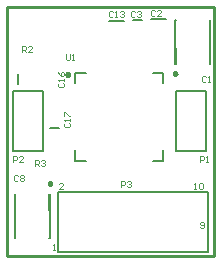
<source format=gbr>
%FSDAX24Y24*%
%MOIN*%
%SFA1B1*%

%IPPOS*%
%ADD28C,0.009800*%
%ADD29C,0.007900*%
%ADD30C,0.010000*%
%ADD31C,0.003000*%
%LNde-120418_legend_top-1*%
%LPD*%
G54D28*
X035827Y023107D02*
D01*
X035826Y023110*
X035826Y023113*
X035825Y023117*
X035825Y023120*
X035824Y023123*
X035822Y023126*
X035821Y023130*
X035819Y023132*
X035817Y023135*
X035815Y023138*
X035813Y023141*
X035810Y023143*
X035808Y023145*
X035805Y023147*
X035802Y023149*
X035799Y023151*
X035796Y023152*
X035793Y023153*
X035789Y023154*
X035786Y023155*
X035783Y023155*
X035779Y023155*
X035776*
X035772Y023155*
X035769Y023155*
X035766Y023154*
X035762Y023153*
X035759Y023152*
X035756Y023151*
X035753Y023149*
X035750Y023147*
X035747Y023145*
X035745Y023143*
X035742Y023141*
X035740Y023138*
X035738Y023135*
X035736Y023132*
X035734Y023130*
X035733Y023126*
X035731Y023123*
X035730Y023120*
X035730Y023117*
X035729Y023113*
X035729Y023110*
X035729Y023107*
X035729Y023103*
X035729Y023100*
X035730Y023096*
X035730Y023093*
X035731Y023090*
X035733Y023087*
X035734Y023083*
X035736Y023081*
X035738Y023078*
X035740Y023075*
X035742Y023072*
X035745Y023070*
X035747Y023068*
X035750Y023066*
X035753Y023064*
X035756Y023062*
X035759Y023061*
X035762Y023060*
X035766Y023059*
X035769Y023058*
X035772Y023058*
X035776Y023058*
X035779*
X035783Y023058*
X035786Y023058*
X035789Y023059*
X035793Y023060*
X035796Y023061*
X035799Y023062*
X035802Y023064*
X035805Y023066*
X035808Y023068*
X035810Y023070*
X035813Y023072*
X035815Y023075*
X035817Y023078*
X035819Y023081*
X035821Y023083*
X035822Y023087*
X035824Y023090*
X035825Y023093*
X035825Y023096*
X035826Y023100*
X035826Y023103*
X035827Y023107*
X039409Y023137D02*
D01*
X039408Y023140*
X039408Y023143*
X039407Y023147*
X039407Y023150*
X039406Y023153*
X039404Y023156*
X039403Y023160*
X039401Y023162*
X039399Y023165*
X039397Y023168*
X039395Y023171*
X039392Y023173*
X039390Y023175*
X039387Y023177*
X039384Y023179*
X039381Y023181*
X039378Y023182*
X039375Y023183*
X039371Y023184*
X039368Y023185*
X039365Y023185*
X039361Y023185*
X039358*
X039354Y023185*
X039351Y023185*
X039348Y023184*
X039344Y023183*
X039341Y023182*
X039338Y023181*
X039335Y023179*
X039332Y023177*
X039329Y023175*
X039327Y023173*
X039324Y023171*
X039322Y023168*
X039320Y023165*
X039318Y023162*
X039316Y023160*
X039315Y023156*
X039313Y023153*
X039312Y023150*
X039312Y023147*
X039311Y023143*
X039311Y023140*
X039311Y023137*
X039311Y023133*
X039311Y023130*
X039312Y023126*
X039312Y023123*
X039313Y023120*
X039315Y023117*
X039316Y023113*
X039318Y023111*
X039320Y023108*
X039322Y023105*
X039324Y023102*
X039327Y023100*
X039329Y023098*
X039332Y023096*
X039335Y023094*
X039338Y023092*
X039341Y023091*
X039344Y023090*
X039348Y023089*
X039351Y023088*
X039354Y023088*
X039358Y023088*
X039361*
X039365Y023088*
X039368Y023088*
X039371Y023089*
X039375Y023090*
X039378Y023091*
X039381Y023092*
X039384Y023094*
X039387Y023096*
X039390Y023098*
X039392Y023100*
X039395Y023102*
X039397Y023105*
X039399Y023108*
X039401Y023111*
X039403Y023113*
X039404Y023117*
X039406Y023120*
X039407Y023123*
X039407Y023126*
X039408Y023130*
X039408Y023133*
X039409Y023137*
X035240Y019463D02*
D01*
X035239Y019466*
X035239Y019469*
X035238Y019473*
X035238Y019476*
X035237Y019479*
X035235Y019482*
X035234Y019486*
X035232Y019488*
X035230Y019491*
X035228Y019494*
X035226Y019497*
X035223Y019499*
X035221Y019501*
X035218Y019503*
X035215Y019505*
X035212Y019507*
X035209Y019508*
X035206Y019509*
X035202Y019510*
X035199Y019511*
X035196Y019511*
X035192Y019511*
X035189*
X035185Y019511*
X035182Y019511*
X035179Y019510*
X035175Y019509*
X035172Y019508*
X035169Y019507*
X035166Y019505*
X035163Y019503*
X035160Y019501*
X035158Y019499*
X035155Y019497*
X035153Y019494*
X035151Y019491*
X035149Y019488*
X035147Y019486*
X035146Y019482*
X035144Y019479*
X035143Y019476*
X035143Y019473*
X035142Y019469*
X035142Y019466*
X035142Y019463*
X035142Y019459*
X035142Y019456*
X035143Y019452*
X035143Y019449*
X035144Y019446*
X035146Y019443*
X035147Y019439*
X035149Y019437*
X035151Y019434*
X035153Y019431*
X035155Y019428*
X035158Y019426*
X035160Y019424*
X035163Y019422*
X035166Y019420*
X035169Y019418*
X035172Y019417*
X035175Y019416*
X035179Y019415*
X035182Y019414*
X035185Y019414*
X035189Y019414*
X035192*
X035196Y019414*
X035199Y019414*
X035202Y019415*
X035206Y019416*
X035209Y019417*
X035212Y019418*
X035215Y019420*
X035218Y019422*
X035221Y019424*
X035223Y019426*
X035226Y019428*
X035228Y019431*
X035230Y019434*
X035232Y019437*
X035234Y019439*
X035235Y019443*
X035237Y019446*
X035238Y019449*
X035238Y019452*
X035239Y019456*
X035239Y019459*
X035240Y019463*
G54D29*
X033950Y022550D02*
X034950D01*
Y020550D02*
Y022550D01*
X033950Y020550D02*
X034950D01*
X033950D02*
Y022550D01*
X034131Y023107D02*
Y022793D01*
X036033Y022812D02*
Y023167D01*
X036388*
X036033Y020233D02*
Y020588D01*
Y020233D02*
X036388D01*
X038612D02*
X038967D01*
Y020588*
Y022812D02*
Y023167D01*
X038612D02*
X038967D01*
X040541Y023472D02*
Y024928D01*
X039359Y023472D02*
Y024928D01*
X040521D02*
X040541D01*
X040521Y023472D02*
Y024003D01*
X039359Y024928D02*
X039379D01*
Y023472D02*
Y024003D01*
X038544Y024948D02*
X039056D01*
X037943Y024919D02*
X038257D01*
X037144Y024898D02*
X037656D01*
X035450Y017200D02*
X040450D01*
X035450Y019200D02*
X040450D01*
X035450Y017200D02*
Y019200D01*
X040450Y017200D02*
Y019200D01*
X034009Y017672D02*
Y019128D01*
X035191Y017672D02*
Y019128D01*
X034009Y017672D02*
X034029D01*
Y018597D02*
Y019128D01*
X035171Y017672D02*
X035191D01*
X035171Y018597D02*
Y019128D01*
X039400Y022550D02*
X040400D01*
Y020550D02*
Y022550D01*
X039400Y020550D02*
X040400D01*
X039400D02*
Y022550D01*
X035193Y021331D02*
X035507D01*
G54D30*
X033750Y025350D02*
X040650D01*
Y017050D02*
Y025350D01*
X033750Y017050D02*
X040650D01*
X033750D02*
Y025350D01*
G54D31*
X035710Y023780D02*
Y023613D01*
X035743Y023580*
X035810*
X035843Y023613*
Y023780*
X035910Y023580D02*
X035977D01*
X035943*
Y023780*
X035910Y023747*
X035683Y021483D02*
X035650Y021450D01*
Y021383*
X035683Y021350*
X035817*
X035850Y021383*
Y021450*
X035817Y021483*
X035850Y021550D02*
Y021617D01*
Y021583*
X035650*
X035683Y021550*
X035650Y021717D02*
Y021850D01*
X035683*
X035817Y021717*
X035850*
X038033Y025201D02*
X038000Y025234D01*
X037933*
X037900Y025201*
Y025068*
X037933Y025034*
X038000*
X038033Y025068*
X038100Y025201D02*
X038133Y025234D01*
X038200*
X038233Y025201*
Y025168*
X038200Y025134*
X038167*
X038200*
X038233Y025101*
Y025068*
X038200Y025034*
X038133*
X038100Y025068*
X035483Y022833D02*
X035450Y022800D01*
Y022733*
X035483Y022700*
X035617*
X035650Y022733*
Y022800*
X035617Y022833*
X035650Y022900D02*
Y022967D01*
Y022933*
X035450*
X035483Y022900*
X035450Y023200D02*
X035483Y023133D01*
X035550Y023067*
X035617*
X035650Y023100*
Y023167*
X035617Y023200*
X035583*
X035550Y023167*
Y023067*
X034700Y020050D02*
Y020250D01*
X034800*
X034833Y020217*
Y020150*
X034800Y020117*
X034700*
X034767D02*
X034833Y020050D01*
X034900Y020217D02*
X034933Y020250D01*
X035000*
X035033Y020217*
Y020183*
X035000Y020150*
X034967*
X035000*
X035033Y020117*
Y020083*
X035000Y020050*
X034933*
X034900Y020083*
X034250Y023850D02*
Y024050D01*
X034350*
X034383Y024017*
Y023950*
X034350Y023917*
X034250*
X034317D02*
X034383Y023850D01*
X034583D02*
X034450D01*
X034583Y023983*
Y024017*
X034550Y024050*
X034483*
X034450Y024017*
X037550Y019350D02*
Y019550D01*
X037650*
X037683Y019517*
Y019450*
X037650Y019417*
X037550*
X037750Y019517D02*
X037783Y019550D01*
X037850*
X037883Y019517*
Y019483*
X037850Y019450*
X037817*
X037850*
X037883Y019417*
Y019383*
X037850Y019350*
X037783*
X037750Y019383*
X033950Y020200D02*
Y020400D01*
X034050*
X034083Y020367*
Y020300*
X034050Y020267*
X033950*
X034283Y020200D02*
X034150D01*
X034283Y020333*
Y020367*
X034250Y020400*
X034183*
X034150Y020367*
X040200Y020200D02*
Y020400D01*
X040300*
X040333Y020367*
Y020300*
X040300Y020267*
X040200*
X040400Y020200D02*
X040467D01*
X040433*
Y020400*
X040400Y020367*
X037283Y025180D02*
X037250Y025213D01*
X037183*
X037150Y025180*
Y025046*
X037183Y025013*
X037250*
X037283Y025046*
X037350Y025013D02*
X037417D01*
X037383*
Y025213*
X037350Y025180*
X037517D02*
X037550Y025213D01*
X037617*
X037650Y025180*
Y025146*
X037617Y025113*
X037583*
X037617*
X037650Y025080*
Y025046*
X037617Y025013*
X037550*
X037517Y025046*
X034133Y019717D02*
X034100Y019750D01*
X034033*
X034000Y019717*
Y019583*
X034033Y019550*
X034100*
X034133Y019583*
X034200Y019717D02*
X034233Y019750D01*
X034300*
X034333Y019717*
Y019683*
X034300Y019650*
X034333Y019617*
Y019583*
X034300Y019550*
X034233*
X034200Y019583*
Y019617*
X034233Y019650*
X034200Y019683*
Y019717*
X034233Y019650D02*
X034300D01*
X038683Y025230D02*
X038650Y025263D01*
X038583*
X038550Y025230*
Y025096*
X038583Y025063*
X038650*
X038683Y025096*
X038883Y025063D02*
X038750D01*
X038883Y025196*
Y025230*
X038850Y025263*
X038783*
X038750Y025230*
X040383Y023017D02*
X040350Y023050D01*
X040283*
X040250Y023017*
Y022883*
X040283Y022850*
X040350*
X040383Y022883*
X040450Y022850D02*
X040517D01*
X040483*
Y023050*
X040450Y023017*
X040000Y019300D02*
X040067D01*
X040033*
Y019500*
X040000Y019467*
X040167D02*
X040200Y019500D01*
X040267*
X040300Y019467*
Y019333*
X040267Y019300*
X040200*
X040167Y019333*
Y019467*
X040200Y018033D02*
X040233Y018000D01*
X040300*
X040333Y018033*
Y018167*
X040300Y018200*
X040233*
X040200Y018167*
Y018133*
X040233Y018100*
X040333*
X035300Y017250D02*
X035367D01*
X035333*
Y017450*
X035300Y017417*
X035633Y019300D02*
X035500D01*
X035633Y019433*
Y019467*
X035600Y019500*
X035533*
X035500Y019467*
M02*
</source>
